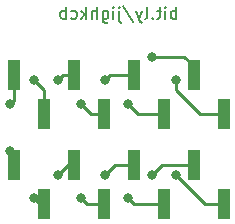
<source format=gbr>
G04 #@! TF.GenerationSoftware,KiCad,Pcbnew,5.0.2-bee76a0~70~ubuntu18.04.1*
G04 #@! TF.CreationDate,2019-03-08T21:19:01-05:00*
G04 #@! TF.ProjectId,2mm100mil-headers,326d6d31-3030-46d6-996c-2d6865616465,rev?*
G04 #@! TF.SameCoordinates,Original*
G04 #@! TF.FileFunction,Copper,L2,Bot*
G04 #@! TF.FilePolarity,Positive*
%FSLAX46Y46*%
G04 Gerber Fmt 4.6, Leading zero omitted, Abs format (unit mm)*
G04 Created by KiCad (PCBNEW 5.0.2-bee76a0~70~ubuntu18.04.1) date Fri 08 Mar 2019 21:19:01 EST*
%MOMM*%
%LPD*%
G01*
G04 APERTURE LIST*
G04 #@! TA.AperFunction,NonConductor*
%ADD10C,0.152400*%
G04 #@! TD*
G04 #@! TA.AperFunction,SMDPad,CuDef*
%ADD11R,1.000000X2.510000*%
G04 #@! TD*
G04 #@! TA.AperFunction,ViaPad*
%ADD12C,0.800000*%
G04 #@! TD*
G04 #@! TA.AperFunction,Conductor*
%ADD13C,0.250000*%
G04 #@! TD*
G04 APERTURE END LIST*
D10*
X116646476Y-91391619D02*
X116646476Y-90375619D01*
X116646476Y-90762666D02*
X116549714Y-90714285D01*
X116356190Y-90714285D01*
X116259428Y-90762666D01*
X116211047Y-90811047D01*
X116162666Y-90907809D01*
X116162666Y-91198095D01*
X116211047Y-91294857D01*
X116259428Y-91343238D01*
X116356190Y-91391619D01*
X116549714Y-91391619D01*
X116646476Y-91343238D01*
X115727238Y-91391619D02*
X115727238Y-90714285D01*
X115727238Y-90375619D02*
X115775619Y-90424000D01*
X115727238Y-90472380D01*
X115678857Y-90424000D01*
X115727238Y-90375619D01*
X115727238Y-90472380D01*
X115388571Y-90714285D02*
X115001523Y-90714285D01*
X115243428Y-90375619D02*
X115243428Y-91246476D01*
X115195047Y-91343238D01*
X115098285Y-91391619D01*
X115001523Y-91391619D01*
X114662857Y-91294857D02*
X114614476Y-91343238D01*
X114662857Y-91391619D01*
X114711238Y-91343238D01*
X114662857Y-91294857D01*
X114662857Y-91391619D01*
X114033904Y-91391619D02*
X114130666Y-91343238D01*
X114179047Y-91246476D01*
X114179047Y-90375619D01*
X113743619Y-90714285D02*
X113501714Y-91391619D01*
X113259809Y-90714285D02*
X113501714Y-91391619D01*
X113598476Y-91633523D01*
X113646857Y-91681904D01*
X113743619Y-91730285D01*
X112147047Y-90327238D02*
X113017904Y-91633523D01*
X111808380Y-90714285D02*
X111808380Y-91585142D01*
X111856761Y-91681904D01*
X111953523Y-91730285D01*
X112001904Y-91730285D01*
X111808380Y-90375619D02*
X111856761Y-90424000D01*
X111808380Y-90472380D01*
X111760000Y-90424000D01*
X111808380Y-90375619D01*
X111808380Y-90472380D01*
X111324571Y-91391619D02*
X111324571Y-90714285D01*
X111324571Y-90375619D02*
X111372952Y-90424000D01*
X111324571Y-90472380D01*
X111276190Y-90424000D01*
X111324571Y-90375619D01*
X111324571Y-90472380D01*
X110405333Y-90714285D02*
X110405333Y-91536761D01*
X110453714Y-91633523D01*
X110502095Y-91681904D01*
X110598857Y-91730285D01*
X110744000Y-91730285D01*
X110840761Y-91681904D01*
X110405333Y-91343238D02*
X110502095Y-91391619D01*
X110695619Y-91391619D01*
X110792380Y-91343238D01*
X110840761Y-91294857D01*
X110889142Y-91198095D01*
X110889142Y-90907809D01*
X110840761Y-90811047D01*
X110792380Y-90762666D01*
X110695619Y-90714285D01*
X110502095Y-90714285D01*
X110405333Y-90762666D01*
X109921523Y-91391619D02*
X109921523Y-90375619D01*
X109486095Y-91391619D02*
X109486095Y-90859428D01*
X109534476Y-90762666D01*
X109631238Y-90714285D01*
X109776380Y-90714285D01*
X109873142Y-90762666D01*
X109921523Y-90811047D01*
X109002285Y-91391619D02*
X109002285Y-90375619D01*
X108905523Y-91004571D02*
X108615238Y-91391619D01*
X108615238Y-90714285D02*
X109002285Y-91101333D01*
X107744380Y-91343238D02*
X107841142Y-91391619D01*
X108034666Y-91391619D01*
X108131428Y-91343238D01*
X108179809Y-91294857D01*
X108228190Y-91198095D01*
X108228190Y-90907809D01*
X108179809Y-90811047D01*
X108131428Y-90762666D01*
X108034666Y-90714285D01*
X107841142Y-90714285D01*
X107744380Y-90762666D01*
X107308952Y-91391619D02*
X107308952Y-90375619D01*
X107308952Y-90762666D02*
X107212190Y-90714285D01*
X107018666Y-90714285D01*
X106921904Y-90762666D01*
X106873523Y-90811047D01*
X106825142Y-90907809D01*
X106825142Y-91198095D01*
X106873523Y-91294857D01*
X106921904Y-91343238D01*
X107018666Y-91391619D01*
X107212190Y-91391619D01*
X107308952Y-91343238D01*
D11*
G04 #@! TO.P,J1,1*
G04 #@! TO.N,/T1*
X102870000Y-96135000D03*
G04 #@! TO.P,J1,3*
G04 #@! TO.N,/T3*
X107950000Y-96135000D03*
G04 #@! TO.P,J1,5*
G04 #@! TO.N,/T5*
X113030000Y-96135000D03*
G04 #@! TO.P,J1,7*
G04 #@! TO.N,/T7*
X118110000Y-96135000D03*
G04 #@! TO.P,J1,2*
G04 #@! TO.N,/T2*
X105410000Y-99445000D03*
G04 #@! TO.P,J1,4*
G04 #@! TO.N,/T4*
X110490000Y-99445000D03*
G04 #@! TO.P,J1,6*
G04 #@! TO.N,/T6*
X115570000Y-99445000D03*
G04 #@! TO.P,J1,8*
G04 #@! TO.N,/T8*
X120650000Y-99445000D03*
G04 #@! TD*
G04 #@! TO.P,J6,1*
G04 #@! TO.N,/B1*
X102870000Y-103755000D03*
G04 #@! TO.P,J6,3*
G04 #@! TO.N,/B3*
X107950000Y-103755000D03*
G04 #@! TO.P,J6,5*
G04 #@! TO.N,/B5*
X113030000Y-103755000D03*
G04 #@! TO.P,J6,7*
G04 #@! TO.N,/B7*
X118110000Y-103755000D03*
G04 #@! TO.P,J6,2*
G04 #@! TO.N,/B2*
X105410000Y-107065000D03*
G04 #@! TO.P,J6,4*
G04 #@! TO.N,/B4*
X110490000Y-107065000D03*
G04 #@! TO.P,J6,6*
G04 #@! TO.N,/B6*
X115570000Y-107065000D03*
G04 #@! TO.P,J6,8*
G04 #@! TO.N,/B8*
X120650000Y-107065000D03*
G04 #@! TD*
D12*
G04 #@! TO.N,/T1*
X102600000Y-98600000D03*
G04 #@! TO.N,/T3*
X106600000Y-96600000D03*
G04 #@! TO.N,/T5*
X110600000Y-96600000D03*
G04 #@! TO.N,/T7*
X114600000Y-94600000D03*
G04 #@! TO.N,/T2*
X104600000Y-96600000D03*
G04 #@! TO.N,/T4*
X108600000Y-98600000D03*
G04 #@! TO.N,/T6*
X112600000Y-98600000D03*
G04 #@! TO.N,/T8*
X116600000Y-96600000D03*
G04 #@! TO.N,/B1*
X102600000Y-102600000D03*
G04 #@! TO.N,/B3*
X106600000Y-104600000D03*
G04 #@! TO.N,/B5*
X110600000Y-104600000D03*
G04 #@! TO.N,/B7*
X114600000Y-104600000D03*
G04 #@! TO.N,/B2*
X104600000Y-106600000D03*
G04 #@! TO.N,/B4*
X108600000Y-106600000D03*
G04 #@! TO.N,/B6*
X112600000Y-106600000D03*
G04 #@! TO.N,/B8*
X116600000Y-104600000D03*
G04 #@! TD*
D13*
G04 #@! TO.N,/T1*
X102870000Y-98330000D02*
X102600000Y-98600000D01*
X102870000Y-96135000D02*
X102870000Y-98330000D01*
G04 #@! TO.N,/T3*
X107065000Y-96135000D02*
X106600000Y-96600000D01*
X107950000Y-96135000D02*
X107065000Y-96135000D01*
G04 #@! TO.N,/T5*
X111065000Y-96135000D02*
X110600000Y-96600000D01*
X113030000Y-96135000D02*
X111065000Y-96135000D01*
G04 #@! TO.N,/T7*
X118110000Y-96135000D02*
X118110000Y-95380000D01*
X118110000Y-95380000D02*
X117330000Y-94600000D01*
X117330000Y-94600000D02*
X114600000Y-94600000D01*
G04 #@! TO.N,/T2*
X105410000Y-97410000D02*
X104600000Y-96600000D01*
X105410000Y-99445000D02*
X105410000Y-97410000D01*
G04 #@! TO.N,/T4*
X109445000Y-99445000D02*
X108600000Y-98600000D01*
X110490000Y-99445000D02*
X109445000Y-99445000D01*
G04 #@! TO.N,/T6*
X113445000Y-99445000D02*
X112600000Y-98600000D01*
X115570000Y-99445000D02*
X113445000Y-99445000D01*
G04 #@! TO.N,/T8*
X116600000Y-97400000D02*
X116600000Y-96600000D01*
X118645000Y-99445000D02*
X116600000Y-97400000D01*
X120650000Y-99445000D02*
X118645000Y-99445000D01*
G04 #@! TO.N,/B1*
X102870000Y-102870000D02*
X102600000Y-102600000D01*
X102870000Y-103755000D02*
X102870000Y-102870000D01*
G04 #@! TO.N,/B3*
X107445000Y-103755000D02*
X106600000Y-104600000D01*
X107950000Y-103755000D02*
X107445000Y-103755000D01*
G04 #@! TO.N,/B5*
X111445000Y-103755000D02*
X110600000Y-104600000D01*
X113030000Y-103755000D02*
X111445000Y-103755000D01*
G04 #@! TO.N,/B7*
X115445000Y-103755000D02*
X114600000Y-104600000D01*
X118110000Y-103755000D02*
X115445000Y-103755000D01*
G04 #@! TO.N,/B2*
X105065000Y-107065000D02*
X104600000Y-106600000D01*
X105410000Y-107065000D02*
X105065000Y-107065000D01*
G04 #@! TO.N,/B4*
X109065000Y-107065000D02*
X108600000Y-106600000D01*
X110490000Y-107065000D02*
X109065000Y-107065000D01*
G04 #@! TO.N,/B6*
X113065000Y-107065000D02*
X112600000Y-106600000D01*
X115570000Y-107065000D02*
X113065000Y-107065000D01*
G04 #@! TO.N,/B8*
X119065000Y-107065000D02*
X116600000Y-104600000D01*
X120650000Y-107065000D02*
X119065000Y-107065000D01*
G04 #@! TD*
M02*

</source>
